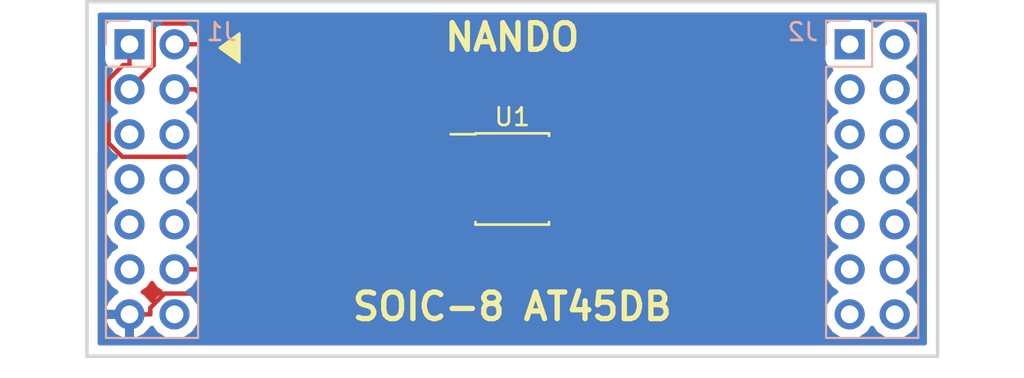
<source format=kicad_pcb>
(kicad_pcb (version 20211014) (generator pcbnew)
  (title_block (rev "v1.0"))
  (layers (0 "F.Cu" signal) (31 "B.Cu" signal) (34 "B.Paste" user) (35 "F.Paste" user) (36 "B.SilkS" user "B.Silkscreen") (37 "F.SilkS" user "F.Silkscreen") (38 "B.Mask" user) (39 "F.Mask" user) (44 "Edge.Cuts" user))
  (net 0 "")
  (net 1 "Net-(J1-Pad5)")
  (net 2 "Net-(J1-Pad6)")
  (net 3 "Net-(J1-Pad7)")
  (net 4 "Net-(J1-Pad8)")
  (net 5 "Net-(J1-Pad9)")
  (net 6 "Net-(J1-Pad10)")
  (net 7 "Net-(J1-Pad11)")
  (net 8 "Net-(J1-Pad14)")
  (net 9 "CS")
  (net 10 "SCK")
  (net 11 "SO")
  (net 12 "SI")
  (net 13 "+3V3")
  (net 14 "GNDD")
  (net 15 "Net-(J2-Pad14)")
  (net 16 "Net-(J2-Pad13)")
  (net 17 "Net-(J2-Pad12)")
  (net 18 "Net-(J2-Pad11)")
  (net 19 "Net-(J2-Pad10)")
  (net 20 "Net-(J2-Pad9)")
  (net 21 "Net-(J2-Pad8)")
  (net 22 "Net-(J2-Pad7)")
  (net 23 "Net-(J2-Pad6)")
  (net 24 "Net-(J2-Pad5)")
  (net 25 "Net-(J2-Pad4)")
  (net 26 "Net-(J2-Pad3)")
  (net 27 "Net-(J2-Pad2)")
  (net 28 "Net-(J2-Pad1)")
  (footprint "lib_fp:SOIC-8_3.9x4.9mm_P1.27mm" (layer "F.Cu") (at 156.83 87.02)
    (fp_text reference "U1" (at 0 -3.5) (layer "F.SilkS"))
    (fp_text value "AT45DB")
    (fp_line (start 2.075 2.575) (end 2.075 2.43) (layer "F.SilkS") (width 0.15))
    (fp_line (start -2.075 2.575) (end 2.075 2.575) (layer "F.SilkS") (width 0.15))
    (fp_line (start -2.075 -2.575) (end 2.075 -2.575) (layer "F.SilkS") (width 0.15))
    (fp_line (start 2.075 -2.575) (end 2.075 -2.43) (layer "F.SilkS") (width 0.15))
    (fp_line (start -2.075 2.575) (end -2.075 2.43) (layer "F.SilkS") (width 0.15))
    (fp_line (start -2.075 -2.525) (end -3.475 -2.525) (layer "F.SilkS") (width 0.15))
    (fp_line (start -2.075 -2.575) (end -2.075 -2.525) (layer "F.SilkS") (width 0.15))
    (pad "1" smd rect locked (at -2.7 -1.905) (size 1.55 0.6) (layers "F.Cu" "F.Paste" "F.Mask") (net 12 "SI"))
    (pad "2" smd rect locked (at -2.7 -0.635) (size 1.55 0.6) (layers "F.Cu" "F.Paste" "F.Mask") (net 10 "SCK"))
    (pad "3" smd rect locked (at -2.7 0.635) (size 1.55 0.6) (layers "F.Cu" "F.Paste" "F.Mask") (net 13 "+3V3"))
    (pad "4" smd rect locked (at -2.7 1.905) (size 1.55 0.6) (layers "F.Cu" "F.Paste" "F.Mask") (net 9 "CS"))
    (pad "5" smd rect locked (at 2.7 1.905) (size 1.55 0.6) (layers "F.Cu" "F.Paste" "F.Mask") (net 13 "+3V3"))
    (pad "6" smd rect locked (at 2.7 0.635) (size 1.55 0.6) (layers "F.Cu" "F.Paste" "F.Mask") (net 13 "+3V3"))
    (pad "7" smd rect locked (at 2.7 -0.635) (size 1.55 0.6) (layers "F.Cu" "F.Paste" "F.Mask") (net 14 "GNDD"))
    (pad "8" smd rect locked (at 2.7 -1.905) (size 1.55 0.6) (layers "F.Cu" "F.Paste" "F.Mask") (net 11 "SO"))
  )
  (footprint "lib_fp:PinSocket_2x07_P2.54mm_Vertical" (layer "B.Cu") (at 135.23 79.42 180)
    (fp_text reference "J1" (at -5.2 0.7 180) (layer "B.SilkS") (effects (justify mirror)))
    (fp_text value "Conn_02x07_Odd_Even")
    (fp_line (start -1.27 1.33) (end -1.27 -1.27) (layer "B.SilkS") (width 0.12))
    (fp_line (start -1.27 -1.27) (end 1.33 -1.27) (layer "B.SilkS") (width 0.12))
    (fp_line (start 1.33 -1.27) (end 1.33 -16.57) (layer "B.SilkS") (width 0.12))
    (fp_line (start -3.87 1.33) (end -3.87 -16.57) (layer "B.SilkS") (width 0.12))
    (fp_line (start 1.33 1.33) (end 1.33 0) (layer "B.SilkS") (width 0.12))
    (fp_line (start 0 1.33) (end 1.33 1.33) (layer "B.SilkS") (width 0.12))
    (fp_line (start -3.87 1.33) (end -1.27 1.33) (layer "B.SilkS") (width 0.12))
    (fp_line (start -3.87 -16.57) (end 1.33 -16.57) (layer "B.SilkS") (width 0.12))
    (pad "1" thru_hole rect locked (at 0 0 180) (size 1.7 1.7) (drill 1) (layers *.Cu *.Mask) (net 9 "CS"))
    (pad "2" thru_hole oval locked (at -2.54 0 180) (size 1.7 1.7) (drill 1) (layers *.Cu *.Mask) (net 10 "SCK"))
    (pad "3" thru_hole oval locked (at 0 -2.54 180) (size 1.7 1.7) (drill 1) (layers *.Cu *.Mask) (net 11 "SO"))
    (pad "4" thru_hole oval locked (at -2.54 -2.54 180) (size 1.7 1.7) (drill 1) (layers *.Cu *.Mask) (net 12 "SI"))
    (pad "5" thru_hole oval locked (at 0 -5.08 180) (size 1.7 1.7) (drill 1) (layers *.Cu *.Mask) (net 1 "Net-(J1-Pad5)"))
    (pad "6" thru_hole oval locked (at -2.54 -5.08 180) (size 1.7 1.7) (drill 1) (layers *.Cu *.Mask) (net 2 "Net-(J1-Pad6)"))
    (pad "7" thru_hole oval locked (at 0 -7.62 180) (size 1.7 1.7) (drill 1) (layers *.Cu *.Mask) (net 3 "Net-(J1-Pad7)"))
    (pad "8" thru_hole oval locked (at -2.54 -7.62 180) (size 1.7 1.7) (drill 1) (layers *.Cu *.Mask) (net 4 "Net-(J1-Pad8)"))
    (pad "9" thru_hole oval locked (at 0 -10.16 180) (size 1.7 1.7) (drill 1) (layers *.Cu *.Mask) (net 5 "Net-(J1-Pad9)"))
    (pad "10" thru_hole oval locked (at -2.54 -10.16 180) (size 1.7 1.7) (drill 1) (layers *.Cu *.Mask) (net 6 "Net-(J1-Pad10)"))
    (pad "11" thru_hole oval locked (at 0 -12.7 180) (size 1.7 1.7) (drill 1) (layers *.Cu *.Mask) (net 7 "Net-(J1-Pad11)"))
    (pad "12" thru_hole oval locked (at -2.54 -12.7 180) (size 1.7 1.7) (drill 1) (layers *.Cu *.Mask) (net 13 "+3V3"))
    (pad "13" thru_hole oval locked (at 0 -15.24 180) (size 1.7 1.7) (drill 1) (layers *.Cu *.Mask) (net 14 "GNDD"))
    (pad "14" thru_hole oval locked (at -2.54 -15.24 180) (size 1.7 1.7) (drill 1) (layers *.Cu *.Mask) (net 8 "Net-(J1-Pad14)"))
  )
  (footprint "lib_fp:PinSocket_2x07_P2.54mm_Vertical" (layer "B.Cu") (at 175.87 79.42 180)
    (fp_text reference "J2" (at 2.64 0.7 180) (layer "B.SilkS") (effects (justify mirror)))
    (fp_text value "Conn_02x07_Odd_Even")
    (fp_line (start 1.33 1.33) (end 1.33 0) (layer "B.SilkS") (width 0.12))
    (fp_line (start -1.27 -1.27) (end 1.33 -1.27) (layer "B.SilkS") (width 0.12))
    (fp_line (start 1.33 -1.27) (end 1.33 -16.57) (layer "B.SilkS") (width 0.12))
    (fp_line (start -3.87 1.33) (end -3.87 -16.57) (layer "B.SilkS") (width 0.12))
    (fp_line (start 0 1.33) (end 1.33 1.33) (layer "B.SilkS") (width 0.12))
    (fp_line (start -1.27 1.33) (end -1.27 -1.27) (layer "B.SilkS") (width 0.12))
    (fp_line (start -3.87 1.33) (end -1.27 1.33) (layer "B.SilkS") (width 0.12))
    (fp_line (start -3.87 -16.57) (end 1.33 -16.57) (layer "B.SilkS") (width 0.12))
    (pad "1" thru_hole rect locked (at 0 0 180) (size 1.7 1.7) (drill 1) (layers *.Cu *.Mask) (net 28 "Net-(J2-Pad1)"))
    (pad "2" thru_hole oval locked (at -2.54 0 180) (size 1.7 1.7) (drill 1) (layers *.Cu *.Mask) (net 27 "Net-(J2-Pad2)"))
    (pad "3" thru_hole oval locked (at 0 -2.54 180) (size 1.7 1.7) (drill 1) (layers *.Cu *.Mask) (net 26 "Net-(J2-Pad3)"))
    (pad "4" thru_hole oval locked (at -2.54 -2.54 180) (size 1.7 1.7) (drill 1) (layers *.Cu *.Mask) (net 25 "Net-(J2-Pad4)"))
    (pad "5" thru_hole oval locked (at 0 -5.08 180) (size 1.7 1.7) (drill 1) (layers *.Cu *.Mask) (net 24 "Net-(J2-Pad5)"))
    (pad "6" thru_hole oval locked (at -2.54 -5.08 180) (size 1.7 1.7) (drill 1) (layers *.Cu *.Mask) (net 23 "Net-(J2-Pad6)"))
    (pad "7" thru_hole oval locked (at 0 -7.62 180) (size 1.7 1.7) (drill 1) (layers *.Cu *.Mask) (net 22 "Net-(J2-Pad7)"))
    (pad "8" thru_hole oval locked (at -2.54 -7.62 180) (size 1.7 1.7) (drill 1) (layers *.Cu *.Mask) (net 21 "Net-(J2-Pad8)"))
    (pad "9" thru_hole oval locked (at 0 -10.16 180) (size 1.7 1.7) (drill 1) (layers *.Cu *.Mask) (net 20 "Net-(J2-Pad9)"))
    (pad "10" thru_hole oval locked (at -2.54 -10.16 180) (size 1.7 1.7) (drill 1) (layers *.Cu *.Mask) (net 19 "Net-(J2-Pad10)"))
    (pad "11" thru_hole oval locked (at 0 -12.7 180) (size 1.7 1.7) (drill 1) (layers *.Cu *.Mask) (net 18 "Net-(J2-Pad11)"))
    (pad "12" thru_hole oval locked (at -2.54 -12.7 180) (size 1.7 1.7) (drill 1) (layers *.Cu *.Mask) (net 17 "Net-(J2-Pad12)"))
    (pad "13" thru_hole oval locked (at 0 -15.24 180) (size 1.7 1.7) (drill 1) (layers *.Cu *.Mask) (net 16 "Net-(J2-Pad13)"))
    (pad "14" thru_hole oval locked (at -2.54 -15.24 180) (size 1.7 1.7) (drill 1) (layers *.Cu *.Mask) (net 15 "Net-(J2-Pad14)"))
  )
  (gr_poly (pts (xy 140.33 79.62) (xy 141.43 78.82) (xy 141.43 80.42)) (layer "F.SilkS") (width 0.15) (fill solid))
  (gr_line (start 180.83 77.02) (end 132.83 77.02) (layer "Edge.Cuts") (width 0.2))
  (gr_line (start 180.83 97.02) (end 180.83 77.02) (layer "Edge.Cuts") (width 0.2))
  (gr_line (start 132.83 77.02) (end 132.83 97.02) (layer "Edge.Cuts") (width 0.2))
  (gr_line (start 132.83 97.02) (end 180.83 97.02) (layer "Edge.Cuts") (width 0.2))
  (gr_text "NANDO" (at 156.83 79.02) (layer "F.SilkS") (effects (font (size 1.5 1.5) (thickness 0.3))))
  (gr_text "SOIC-8 AT45DB" (at 156.83 94.22) (layer "F.SilkS") (effects (font (size 1.5 1.5) (thickness 0.3))))
  (segment (start 134.0547 81.4032) (end 134.8626 80.5953) (width 0.25) (layer "F.Cu") (net 9))
  (segment (start 134.0547 84.9979) (end 134.0547 81.4032) (width 0.25) (layer "F.Cu") (net 9))
  (segment (start 154.13 88.925) (end 142.9609 88.925) (width 0.25) (layer "F.Cu") (net 9))
  (segment (start 139.8059 85.77) (end 134.8268 85.77) (width 0.25) (layer "F.Cu") (net 9))
  (segment (start 134.8268 85.77) (end 134.0547 84.9979) (width 0.25) (layer "F.Cu") (net 9))
  (segment (start 134.8626 80.5953) (end 135.23 80.5953) (width 0.25) (layer "F.Cu") (net 9))
  (segment (start 142.9609 88.925) (end 139.8059 85.77) (width 0.25) (layer "F.Cu") (net 9))
  (segment (start 135.23 79.42) (end 135.23 80.5953) (width 0.25) (layer "F.Cu") (net 9))
  (segment (start 137.77 79.42) (end 151.83 79.42) (width 0.25) (layer "F.Cu") (net 10))
  (segment (start 151.83 79.42) (end 156.23 83.82) (width 0.25) (layer "F.Cu") (net 10))
  (segment (start 156.165 86.385) (end 154.13 86.385) (width 0.25) (layer "F.Cu") (net 10))
  (segment (start 156.23 83.82) (end 156.23 86.32) (width 0.25) (layer "F.Cu") (net 10))
  (segment (start 156.23 86.32) (end 156.165 86.385) (width 0.25) (layer "F.Cu") (net 10))
  (segment (start 159.53 85.115) (end 158.505 85.115) (width 0.25) (layer "F.Cu") (net 11))
  (segment (start 136.594999 80.595001) (end 136.079999 81.110001) (width 0.25) (layer "F.Cu") (net 11))
  (segment (start 136.805001 78.244999) (end 136.594999 78.455001) (width 0.25) (layer "F.Cu") (net 11))
  (segment (start 158.505 85.115) (end 151.634999 78.244999) (width 0.25) (layer "F.Cu") (net 11))
  (segment (start 136.079999 81.110001) (end 135.23 81.96) (width 0.25) (layer "F.Cu") (net 11))
  (segment (start 136.594999 78.455001) (end 136.594999 80.595001) (width 0.25) (layer "F.Cu") (net 11))
  (segment (start 151.634999 78.244999) (end 136.805001 78.244999) (width 0.25) (layer "F.Cu") (net 11))
  (segment (start 142.1003 85.115) (end 138.9453 81.96) (width 0.25) (layer "F.Cu") (net 12))
  (segment (start 154.13 85.115) (end 142.1003 85.115) (width 0.25) (layer "F.Cu") (net 12))
  (segment (start 137.77 81.96) (end 138.9453 81.96) (width 0.25) (layer "F.Cu") (net 12))
  (segment (start 159.53 87.655) (end 159.53 88.925) (width 0.25) (layer "F.Cu") (net 13))
  (segment (start 157.03 89.72) (end 157.03 87.655) (width 0.25) (layer "F.Cu") (net 13))
  (segment (start 154.63 92.12) (end 157.03 89.72) (width 0.25) (layer "F.Cu") (net 13))
  (segment (start 157.03 87.655) (end 155.2303 87.655) (width 0.25) (layer "F.Cu") (net 13))
  (segment (start 154.13 87.655) (end 155.2303 87.655) (width 0.25) (layer "F.Cu") (net 13))
  (segment (start 159.53 87.655) (end 157.03 87.655) (width 0.25) (layer "F.Cu") (net 13))
  (segment (start 137.77 92.12) (end 154.63 92.12) (width 0.25) (layer "F.Cu") (net 13))
  (segment (start 161.8653 93.4847) (end 137.2132 93.4847) (width 0.25) (layer "F.Cu") (net 14))
  (segment (start 159.53 86.385) (end 161.795 86.385) (width 0.25) (layer "F.Cu") (net 14))
  (segment (start 137.2132 93.4847) (end 136.4053 94.2926) (width 0.25) (layer "F.Cu") (net 14))
  (segment (start 136.4053 94.2926) (end 136.4053 94.66) (width 0.25) (layer "F.Cu") (net 14))
  (segment (start 161.93 86.52) (end 161.93 93.42) (width 0.25) (layer "F.Cu") (net 14))
  (segment (start 161.795 86.385) (end 161.93 86.52) (width 0.25) (layer "F.Cu") (net 14))
  (segment (start 136.4053 94.66) (end 135.23 94.66) (width 0.25) (layer "F.Cu") (net 14))
  (segment (start 161.93 93.42) (end 161.8653 93.4847) (width 0.25) (layer "F.Cu") (net 14))
  (zone (net 14) (net_name "GNDD") (layer "F.Cu") (connect_pads (clearance 0.508)) (min_thickness 0.254) (fill yes (thermal_gap 0.508) (thermal_bridge_width 0.508))
    (polygon (pts (xy 132.83 77.02) (xy 180.83 77.02) (xy 180.83 97.02) (xy 132.83 97.02)))
  )
  (zone (net 14) (net_name "GNDD") (layer "B.Cu") (connect_pads (clearance 0.508)) (min_thickness 0.254) (fill yes (thermal_gap 0.508) (thermal_bridge_width 0.508))
    (polygon (pts (xy 132.83 77.02) (xy 180.83 77.02) (xy 180.83 97.02) (xy 132.83 97.02)))
  )
)
</source>
